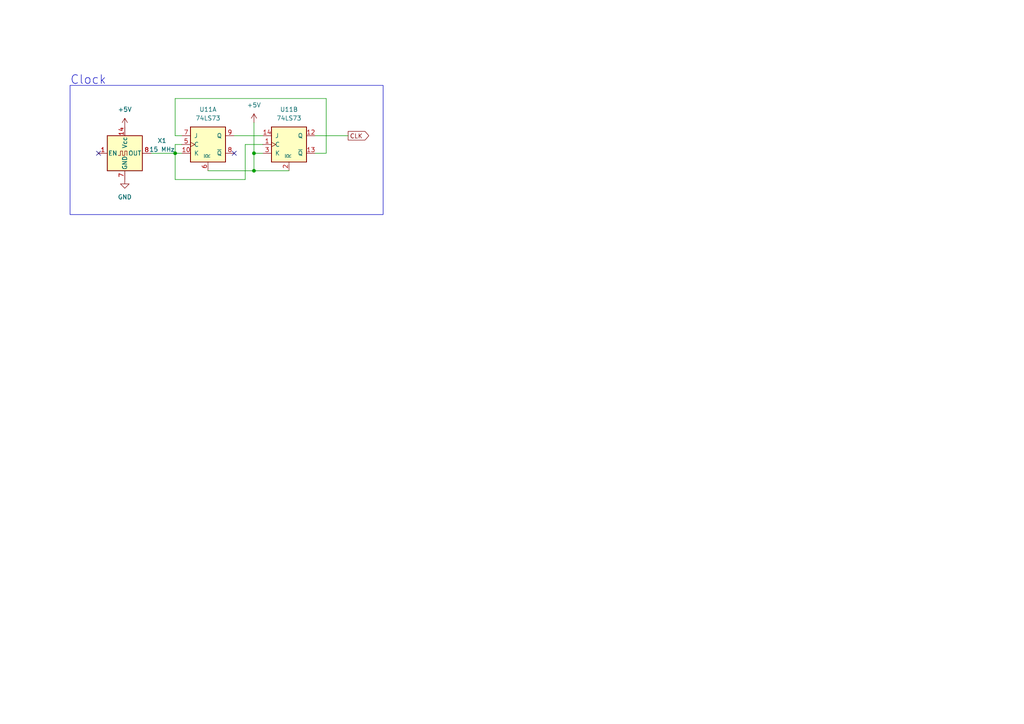
<source format=kicad_sch>
(kicad_sch (version 20230121) (generator eeschema)
  (paper "A4")
  (lib_symbols
    (symbol "74xx:74LS73" (pin_names (offset 1.016))
      (property "Reference" "U" (at -7.62 8.89 0))
      (property "Value" "74LS73" (at -7.62 -8.89 0))
      (symbol "74LS73_1_0"
        (pin input line (at -7.62 -2.54 0) (length 2.54) (name "K") (number "10"))
        (pin input clock (at -7.62 0 0) (length 2.54) (name "C") (number "5"))
        (pin input line (at 0 -7.62 90) (length 2.54) (name "~{R}") (number "6"))
        (pin input line (at -7.62 2.54 0) (length 2.54) (name "J") (number "7"))
        (pin output line (at 7.62 -2.54 180) (length 2.54) (name "~{Q}") (number "8"))
        (pin output line (at 7.62 2.54 180) (length 2.54) (name "Q") (number "9"))
      )
      (symbol "74LS73_1_1"
        (rectangle (start -5.08 5.08) (end 5.08 -5.08) (stroke (width 0.254)) (fill (type background)))
      )
      (symbol "74LS73_2_0"
        (pin input clock (at -7.62 0 0) (length 2.54) (name "C") (number "1"))
        (pin output line (at 7.62 2.54 180) (length 2.54) (name "Q") (number "12"))
        (pin output line (at 7.62 -2.54 180) (length 2.54) (name "~{Q}") (number "13"))
        (pin input line (at -7.62 2.54 0) (length 2.54) (name "J") (number "14"))
        (pin input line (at 0 -7.62 90) (length 2.54) (name "~{R}") (number "2"))
        (pin input line (at -7.62 -2.54 0) (length 2.54) (name "K") (number "3"))
      )
      (symbol "74LS73_2_1"
        (rectangle (start -5.08 5.08) (end 5.08 -5.08) (stroke (width 0.254)) (fill (type background)))
      )
      (symbol "74LS73_3_0"
        (pin power_in line (at 0 -10.16 90) (length 2.54) (name "GND") (number "11"))
        (pin power_in line (at 0 10.16 270) (length 2.54) (name "VCC") (number "4"))
      )
      (symbol "74LS73_3_1"
        (rectangle (start -5.08 7.62) (end 5.08 -7.62) (stroke (width 0.254)) (fill (type background)))
      )
    )
    (symbol "Oscillator:CXO_DIP14" (pin_names (offset 0.254))
      (property "Reference" "X" (at -5.08 6.35 0))
      (property "Value" "CXO_DIP14" (at 1.27 -6.35 0))
      (symbol "CXO_DIP14_0_1"
        (rectangle (start -5.08 5.08) (end 5.08 -5.08) (stroke (width 0.254)) (fill (type background)))
        (polyline (pts (xy -1.905 -0.635) (xy -1.27 -0.635) (xy -1.27 0.635) (xy -0.635 0.635) (xy -0.635 -0.635) (xy 0 -0.635) (xy 0 0.635) (xy 0.635 0.635) (xy 0.635 -0.635)))
      )
      (symbol "CXO_DIP14_1_1"
        (pin input line (at -7.62 0 0) (length 2.54) (name "EN") (number "1"))
        (pin power_in line (at 0 7.62 270) (length 2.54) (name "Vcc") (number "14"))
        (pin power_in line (at 0 -7.62 90) (length 2.54) (name "GND") (number "7"))
        (pin output line (at 7.62 0 180) (length 2.54) (name "OUT") (number "8"))
      )
    )
    (symbol "power:+5V" (power) (pin_names (offset 0))
      (property "Value" "+5V" (at 0 3.556 0))
      (symbol "+5V_0_1"
        (polyline (pts (xy -0.762 1.27) (xy 0 2.54)))
        (polyline (pts (xy 0 0) (xy 0 2.54)))
        (polyline (pts (xy 0 2.54) (xy 0.762 1.27)))
      )
      (symbol "+5V_1_1"
        (pin power_in line (at 0 0 90) (length 0) hide (name "+5V") (number "1"))
      )
    )
    (symbol "power:GND" (power) (pin_names (offset 0))
      (property "Value" "GND" (at 0 -3.81 0))
      (symbol "GND_0_1"
        (polyline (pts (xy 0 0) (xy 0 -1.27) (xy 1.27 -1.27) (xy 0 -2.54) (xy -1.27 -1.27) (xy 0 -1.27)))
      )
      (symbol "GND_1_1"
        (pin power_in line (at 0 0 270) (length 0) hide (name "GND") (number "1"))
      )
    )
  )
  (junction (at 50.8 44.45))
  (junction (at 73.66 44.45))
  (junction (at 73.66 49.53))
  (no_connect (at 28.575 44.45))
  (no_connect (at 67.945 44.45))
  (wire (pts (xy 73.66 35.56) (xy 73.66 44.45)))
  (wire (pts (xy 50.8 52.07) (xy 50.8 44.45)))
  (wire (pts (xy 71.12 52.07) (xy 50.8 52.07)))
  (wire (pts (xy 50.8 39.37) (xy 52.705 39.37)))
  (wire (pts (xy 50.8 41.91) (xy 50.8 44.45)))
  (wire (pts (xy 73.66 44.45) (xy 76.2 44.45)))
  (wire (pts (xy 60.325 49.53) (xy 73.66 49.53)))
  (wire (pts (xy 50.8 28.575) (xy 50.8 39.37)))
  (wire (pts (xy 94.615 28.575) (xy 50.8 28.575)))
  (wire (pts (xy 91.44 39.37) (xy 100.965 39.37)))
  (wire (pts (xy 67.945 39.37) (xy 76.2 39.37)))
  (wire (pts (xy 73.66 49.53) (xy 73.66 44.45)))
  (wire (pts (xy 43.815 44.45) (xy 50.8 44.45)))
  (wire (pts (xy 71.12 41.91) (xy 71.12 52.07)))
  (wire (pts (xy 76.2 41.91) (xy 71.12 41.91)))
  (wire (pts (xy 50.8 44.45) (xy 52.705 44.45)))
  (wire (pts (xy 52.705 41.91) (xy 50.8 41.91)))
  (wire (pts (xy 91.44 44.45) (xy 94.615 44.45)))
  (wire (pts (xy 83.82 49.53) (xy 73.66 49.53)))
  (wire (pts (xy 94.615 44.45) (xy 94.615 28.575)))
  (rectangle (start 20.32 24.765) (end 111.125 62.23))
  (text "Clock" (at 20.32 24.765 0) (effects (font (size 2.54 2.54)) (justify left bottom)))
  (global_label "CLK" (shape output) (at 100.965 39.37 0) (property "Intersheetrefs" "${INTERSHEET_REFS}" (effects hide)))
  (symbol (lib_id "power:GND") (at 36.195 52.07 0) (unit 1)
    (property "Reference" "#PWR029" (effects hide))
    (property "Value" "GND" (at 36.195 57.15 0))
  )
  (symbol (lib_id "Oscillator:CXO_DIP14") (at 36.195 44.45 0) (unit 1)
    (property "Reference" "X1" (at 46.99 40.8021 0))
    (property "Value" "15 MHz" (at 46.99 43.3421 0))
    (property "Footprint" "Oscillator:Oscillator_DIP-14" (effects hide))
    (property "Datasheet" "http://cdn-reichelt.de/documents/datenblatt/B400/OSZI.pdf" (effects hide))
  )
  (symbol (lib_id "power:+5V") (at 73.66 35.56 0) (unit 1)
    (property "Reference" "#PWR027" (effects hide))
    (property "Value" "+5V" (at 73.66 30.48 0))
  )
  (symbol (lib_id "74xx:74LS73") (at 60.325 41.91 0) (unit 1)
    (property "Reference" "U11" (at 60.325 31.75 0))
    (property "Value" "74LS73" (at 60.325 34.29 0))
    (property "Footprint" "Package_DIP:DIP-14_W7.62mm_Socket" (effects hide))
    (property "Datasheet" "http://www.ti.com/lit/gpn/sn74LS73" (effects hide))
  )
  (symbol (lib_id "power:+5V") (at 36.195 36.83 0) (unit 1)
    (property "Reference" "#PWR028" (effects hide))
    (property "Value" "+5V" (at 36.195 31.75 0))
  )
  (symbol (lib_id "74xx:74LS73") (at 83.82 41.91 0) (unit 2)
    (property "Reference" "U11" (at 83.82 31.75 0))
    (property "Value" "74LS73" (at 83.82 34.29 0))
    (property "Footprint" "Package_DIP:DIP-14_W7.62mm_Socket" (effects hide))
    (property "Datasheet" "http://www.ti.com/lit/gpn/sn74LS73" (effects hide))
  )
)
</source>
